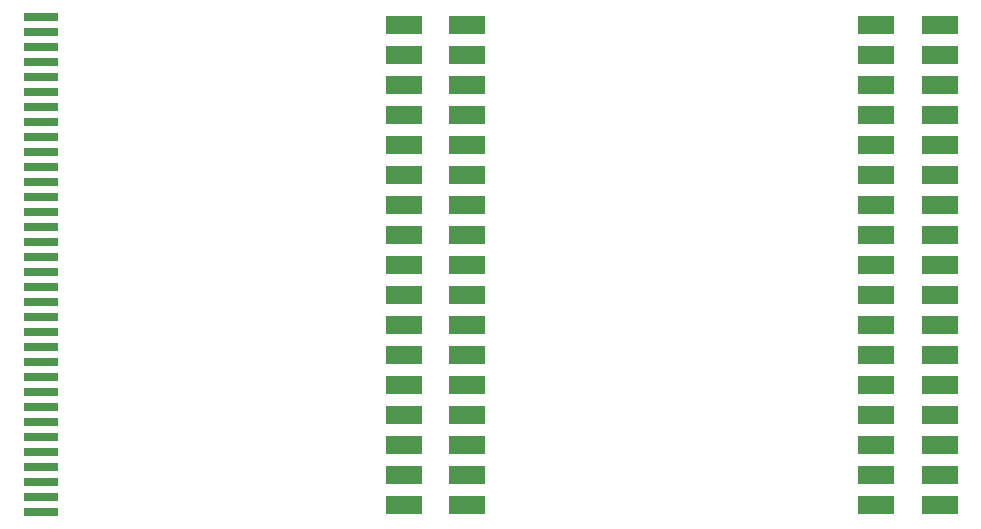
<source format=gbr>
G04 EAGLE Gerber RS-274X export*
G75*
%MOMM*%
%FSLAX34Y34*%
%LPD*%
%INSolderpaste Top*%
%IPPOS*%
%AMOC8*
5,1,8,0,0,1.08239X$1,22.5*%
G01*
%ADD10R,3.100000X1.500000*%
%ADD11R,3.000000X0.750000*%


D10*
X377000Y151800D03*
X377000Y177200D03*
X377000Y202600D03*
X377000Y228000D03*
X377000Y253400D03*
X377000Y278800D03*
X377000Y304200D03*
X377000Y329600D03*
X377000Y355000D03*
X377000Y380400D03*
X377000Y405800D03*
X377000Y431200D03*
X377000Y456600D03*
X377000Y482000D03*
X377000Y507400D03*
X377000Y532800D03*
X377000Y558200D03*
X323000Y151800D03*
X323000Y177200D03*
X323000Y202600D03*
X323000Y228000D03*
X323000Y253400D03*
X323000Y278800D03*
X323000Y304200D03*
X323000Y329600D03*
X323000Y355000D03*
X323000Y380400D03*
X323000Y405800D03*
X323000Y431200D03*
X323000Y456600D03*
X323000Y482000D03*
X323000Y507400D03*
X323000Y532800D03*
X323000Y558200D03*
X777000Y151800D03*
X777000Y177200D03*
X777000Y202600D03*
X777000Y228000D03*
X777000Y253400D03*
X777000Y278800D03*
X777000Y304200D03*
X777000Y329600D03*
X777000Y355000D03*
X777000Y380400D03*
X777000Y405800D03*
X777000Y431200D03*
X777000Y456600D03*
X777000Y482000D03*
X777000Y507400D03*
X777000Y532800D03*
X777000Y558200D03*
X723000Y151800D03*
X723000Y177200D03*
X723000Y202600D03*
X723000Y228000D03*
X723000Y253400D03*
X723000Y278800D03*
X723000Y304200D03*
X723000Y329600D03*
X723000Y355000D03*
X723000Y380400D03*
X723000Y405800D03*
X723000Y431200D03*
X723000Y456600D03*
X723000Y482000D03*
X723000Y507400D03*
X723000Y532800D03*
X723000Y558200D03*
D11*
X16000Y145500D03*
X16000Y158200D03*
X16000Y170900D03*
X16000Y183600D03*
X16000Y196300D03*
X16000Y209000D03*
X16000Y221700D03*
X16000Y234400D03*
X16000Y247100D03*
X16000Y259800D03*
X16000Y272500D03*
X16000Y285200D03*
X16000Y297900D03*
X16000Y310600D03*
X16000Y323300D03*
X16000Y336000D03*
X16000Y348700D03*
X16000Y361400D03*
X16000Y374100D03*
X16000Y386800D03*
X16000Y399500D03*
X16000Y412200D03*
X16000Y424900D03*
X16000Y437600D03*
X16000Y450300D03*
X16000Y463000D03*
X16000Y475700D03*
X16000Y488400D03*
X16000Y501100D03*
X16000Y513800D03*
X16000Y526500D03*
X16000Y539200D03*
X16000Y551900D03*
X16000Y564600D03*
M02*

</source>
